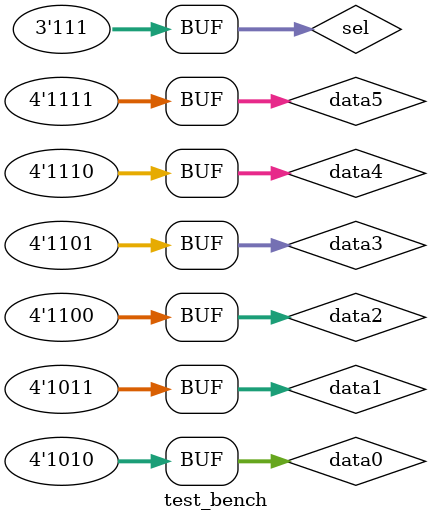
<source format=v>
module test_bench();
  
  reg [2:0]sel;
  reg [3:0]data0;
  reg [3:0]data1;
  reg [3:0]data2;
  reg [3:0]data3;
  reg [3:0]data4;
  reg [3:0]data5;
  wire[3:0]out;
  
  top_module dut(sel,data0,data1,data2,data3,data4,data5,out);
  
  initial begin
    #0 data0=4'ha; data1=4'hb; data2=4'hc; data3=4'hd; data4=4'he; data5=4'hf; sel=4'b0111;
    #5  sel=4'b0000;
    #10 sel=4'b0001;
    #10 sel=4'b0010;
    #10 sel=4'b0011;
    #10 sel=4'b0100;
    #10 sel=4'b0101;
    #10 sel=4'b0110;
    #10 sel=4'b0111;
  end
  
  initial begin
    $dumpfile("test_bench.vcd");
    $dumpvars();
  end
  
  always@(*)
    $display("time=%d; sel =%b; data0=%b; data1=%b; data2=%b; data3=%b; data4=%b; data5=%b; out=%b",$time,sel,data0,data1,data2,data3,data4,data5,out);
             
  endmodule

</source>
